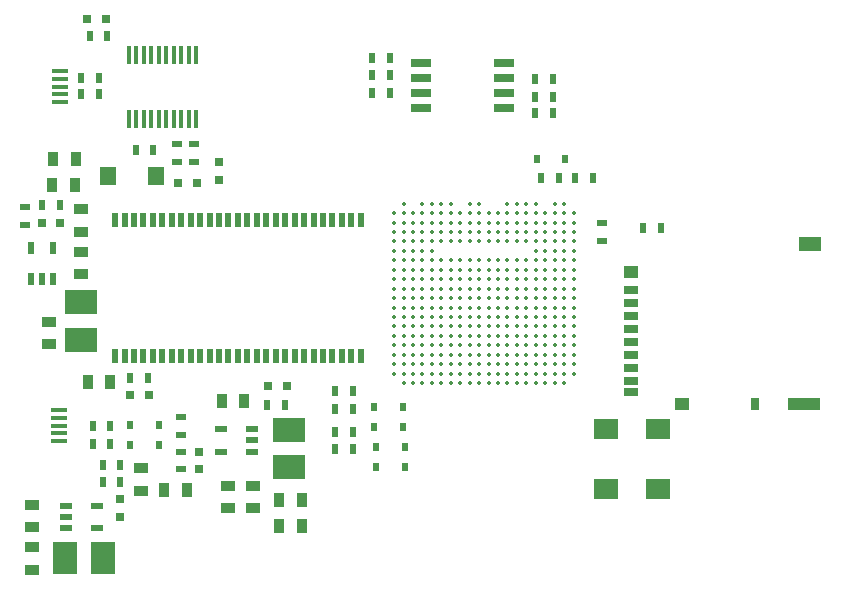
<source format=gtp>
G04*
G04 #@! TF.GenerationSoftware,Altium Limited,Altium Designer,18.1.9 (240)*
G04*
G04 Layer_Color=8421504*
%FSLAX44Y44*%
%MOMM*%
G71*
G01*
G75*
%ADD14R,1.4000X1.6400*%
%ADD15R,0.8000X0.8000*%
%ADD16R,0.8000X0.8000*%
%ADD17R,1.3000X0.9000*%
%ADD18R,0.9000X1.3000*%
%ADD19R,0.6000X0.9000*%
%ADD20R,0.9000X0.6000*%
%ADD21R,0.5588X0.6858*%
%ADD22R,2.0000X2.7000*%
%ADD23R,2.7000X2.0000*%
%ADD24C,0.3400*%
%ADD25R,1.2000X0.7000*%
%ADD26R,1.2000X1.0000*%
%ADD27R,1.8999X1.3000*%
%ADD28R,2.8001X1.0000*%
%ADD29R,0.8001X1.0000*%
%ADD30R,1.2000X1.0000*%
%ADD31R,1.3500X0.4000*%
%ADD32R,1.1000X0.6000*%
%ADD33R,0.6000X1.1000*%
%ADD34R,0.4350X1.5260*%
%ADD35R,1.7850X0.6500*%
%ADD36R,0.6000X1.2950*%
%ADD37R,2.0000X1.8000*%
D14*
X124650Y348000D02*
D03*
X84350D02*
D03*
D15*
X94000Y59000D02*
D03*
Y74000D02*
D03*
X161000Y99500D02*
D03*
Y114500D02*
D03*
X178000Y360000D02*
D03*
Y344000D02*
D03*
D16*
X43500Y308000D02*
D03*
X28500D02*
D03*
X103000Y162700D02*
D03*
X119000D02*
D03*
X66000Y481000D02*
D03*
X82000D02*
D03*
X143000Y342000D02*
D03*
X159000D02*
D03*
X219223Y169600D02*
D03*
X235223D02*
D03*
D17*
X61000Y283500D02*
D03*
Y264500D02*
D03*
X20000Y33500D02*
D03*
Y14500D02*
D03*
X112000Y81500D02*
D03*
Y100500D02*
D03*
X20000Y50500D02*
D03*
Y69500D02*
D03*
X61000Y319500D02*
D03*
Y300500D02*
D03*
X34000Y205500D02*
D03*
Y224500D02*
D03*
X186000Y85500D02*
D03*
Y66500D02*
D03*
X207000Y85500D02*
D03*
Y66500D02*
D03*
D18*
X131500Y82000D02*
D03*
X150500D02*
D03*
X67000Y173000D02*
D03*
X86000D02*
D03*
X56500Y362000D02*
D03*
X37500D02*
D03*
X55750Y340000D02*
D03*
X36750D02*
D03*
X180500Y157000D02*
D03*
X199500D02*
D03*
X229100Y51500D02*
D03*
X248100D02*
D03*
X229100Y73500D02*
D03*
X248100D02*
D03*
D19*
X276100Y150400D02*
D03*
X291100D02*
D03*
X276100Y165400D02*
D03*
X291100D02*
D03*
X276400Y116760D02*
D03*
X291400D02*
D03*
X276400Y130760D02*
D03*
X291400D02*
D03*
X86000Y121000D02*
D03*
X71000D02*
D03*
X86000Y136000D02*
D03*
X71000D02*
D03*
X122500Y370000D02*
D03*
X107500D02*
D03*
X76500Y417000D02*
D03*
X61500D02*
D03*
X76500Y431000D02*
D03*
X61500D02*
D03*
X94500Y103000D02*
D03*
X79500D02*
D03*
X94500Y89000D02*
D03*
X79500D02*
D03*
X43500Y323000D02*
D03*
X28500D02*
D03*
X117500Y177100D02*
D03*
X102500D02*
D03*
X537000Y303500D02*
D03*
X552000D02*
D03*
X83500Y466000D02*
D03*
X68500D02*
D03*
X233723Y153600D02*
D03*
X218723D02*
D03*
X494500Y346000D02*
D03*
X479500D02*
D03*
X450500D02*
D03*
X465500D02*
D03*
X460500Y401000D02*
D03*
X445500D02*
D03*
X307500Y433000D02*
D03*
X322500D02*
D03*
X460500Y415000D02*
D03*
X445500D02*
D03*
X307500Y448000D02*
D03*
X322500D02*
D03*
X307460Y418000D02*
D03*
X322460D02*
D03*
X460500Y430000D02*
D03*
X445500D02*
D03*
D20*
X14000Y321500D02*
D03*
Y306500D02*
D03*
X146000Y143500D02*
D03*
Y128500D02*
D03*
X145880Y99500D02*
D03*
Y114500D02*
D03*
X142000Y374500D02*
D03*
Y359500D02*
D03*
X157000Y374500D02*
D03*
Y359500D02*
D03*
X502000Y293000D02*
D03*
Y308000D02*
D03*
D21*
X333892Y135400D02*
D03*
X309508D02*
D03*
Y152400D02*
D03*
X333892D02*
D03*
X335192Y101440D02*
D03*
X310808D02*
D03*
Y118440D02*
D03*
X335192D02*
D03*
X102808Y137000D02*
D03*
X127192D02*
D03*
X102808Y120000D02*
D03*
X127192D02*
D03*
X446808Y362000D02*
D03*
X471192D02*
D03*
D22*
X48000Y24000D02*
D03*
X80000D02*
D03*
D23*
X61000Y241000D02*
D03*
Y209000D02*
D03*
X237000Y133000D02*
D03*
Y101000D02*
D03*
D24*
X446200Y324400D02*
D03*
X438200D02*
D03*
X462200D02*
D03*
X334200D02*
D03*
X350200D02*
D03*
X358200D02*
D03*
X366200D02*
D03*
X374200D02*
D03*
X390200D02*
D03*
X398200D02*
D03*
X422200D02*
D03*
X430200D02*
D03*
X470200D02*
D03*
X326200Y316400D02*
D03*
X334200D02*
D03*
X342200D02*
D03*
X350200D02*
D03*
X358200D02*
D03*
X366200D02*
D03*
X374200D02*
D03*
X382200D02*
D03*
X390200D02*
D03*
X398200D02*
D03*
X406200D02*
D03*
X414200D02*
D03*
X422200D02*
D03*
X430200D02*
D03*
X438200D02*
D03*
X446200D02*
D03*
X454200D02*
D03*
X462200D02*
D03*
X470200D02*
D03*
X478200D02*
D03*
X326200Y308400D02*
D03*
X334200D02*
D03*
X342200D02*
D03*
X350200D02*
D03*
X358200D02*
D03*
X366200D02*
D03*
X374200D02*
D03*
X382200D02*
D03*
X390200D02*
D03*
X398200D02*
D03*
X406200D02*
D03*
X414200D02*
D03*
X422200D02*
D03*
X430200D02*
D03*
X438200D02*
D03*
X446200D02*
D03*
X454200D02*
D03*
X462200D02*
D03*
X470200D02*
D03*
X478200D02*
D03*
X326200Y300400D02*
D03*
X334200D02*
D03*
X342200D02*
D03*
X350200D02*
D03*
X358200D02*
D03*
X366200D02*
D03*
X374200D02*
D03*
X382200D02*
D03*
X390200D02*
D03*
X398200D02*
D03*
X406200D02*
D03*
X414200D02*
D03*
X422200D02*
D03*
X430200D02*
D03*
X438200D02*
D03*
X446200D02*
D03*
X454200D02*
D03*
X462200D02*
D03*
X470200D02*
D03*
X478200D02*
D03*
X326200Y292400D02*
D03*
X334200D02*
D03*
X342200D02*
D03*
X350200D02*
D03*
X358200D02*
D03*
X366200D02*
D03*
X374200D02*
D03*
X382200D02*
D03*
X390200D02*
D03*
X398200D02*
D03*
X406200D02*
D03*
X414200D02*
D03*
X422200D02*
D03*
X430200D02*
D03*
X438200D02*
D03*
X446200D02*
D03*
X454200D02*
D03*
X462200D02*
D03*
X470200D02*
D03*
X478200D02*
D03*
X326200Y284400D02*
D03*
X334200D02*
D03*
X342200D02*
D03*
X350200D02*
D03*
X358200D02*
D03*
X446200D02*
D03*
X454200D02*
D03*
X462200D02*
D03*
X470200D02*
D03*
X478200D02*
D03*
X326200Y276400D02*
D03*
X334200D02*
D03*
X342200D02*
D03*
X350200D02*
D03*
X358200D02*
D03*
X366200D02*
D03*
X374200D02*
D03*
X382200D02*
D03*
X390200D02*
D03*
X398200D02*
D03*
X406200D02*
D03*
X414200D02*
D03*
X422200D02*
D03*
X430200D02*
D03*
X438200D02*
D03*
X446200D02*
D03*
X454200D02*
D03*
X462200D02*
D03*
X470200D02*
D03*
X478200D02*
D03*
X326200Y268400D02*
D03*
X334200D02*
D03*
X342200D02*
D03*
X350200D02*
D03*
X358200D02*
D03*
X366200D02*
D03*
X374200D02*
D03*
X382200D02*
D03*
X390200D02*
D03*
X398200D02*
D03*
X406200D02*
D03*
X414200D02*
D03*
X422200D02*
D03*
X430200D02*
D03*
X438200D02*
D03*
X446200D02*
D03*
X454200D02*
D03*
X462200D02*
D03*
X470200D02*
D03*
X478200D02*
D03*
X326200Y260400D02*
D03*
X334200D02*
D03*
X342200D02*
D03*
X350200D02*
D03*
X358200D02*
D03*
X366200D02*
D03*
X374200D02*
D03*
X382200D02*
D03*
X390200D02*
D03*
X398200D02*
D03*
X406200D02*
D03*
X414200D02*
D03*
X422200D02*
D03*
X430200D02*
D03*
X438200D02*
D03*
X446200D02*
D03*
X454200D02*
D03*
X462200D02*
D03*
X470200D02*
D03*
X478200D02*
D03*
X326200Y252400D02*
D03*
X334200D02*
D03*
X342200D02*
D03*
X350200D02*
D03*
X358200D02*
D03*
X366200D02*
D03*
X374200D02*
D03*
X382200D02*
D03*
X390200D02*
D03*
X398200D02*
D03*
X406200D02*
D03*
X414200D02*
D03*
X422200D02*
D03*
X430200D02*
D03*
X438200D02*
D03*
X446200D02*
D03*
X454200D02*
D03*
X462200D02*
D03*
X470200D02*
D03*
X478200D02*
D03*
X326200Y244400D02*
D03*
X334200D02*
D03*
X342200D02*
D03*
X350200D02*
D03*
X358200D02*
D03*
X366200D02*
D03*
X374200D02*
D03*
X382200D02*
D03*
X390200D02*
D03*
X398200D02*
D03*
X406200D02*
D03*
X414200D02*
D03*
X422200D02*
D03*
X430200D02*
D03*
X438200D02*
D03*
X446200D02*
D03*
X454200D02*
D03*
X462200D02*
D03*
X470200D02*
D03*
X478200D02*
D03*
X326200Y236400D02*
D03*
X334200D02*
D03*
X342200D02*
D03*
X350200D02*
D03*
X358200D02*
D03*
X366200D02*
D03*
X374200D02*
D03*
X382200D02*
D03*
X390200D02*
D03*
X398200D02*
D03*
X406200D02*
D03*
X414200D02*
D03*
X422200D02*
D03*
X430200D02*
D03*
X438200D02*
D03*
X446200D02*
D03*
X454200D02*
D03*
X462200D02*
D03*
X470200D02*
D03*
X478200D02*
D03*
X326200Y228400D02*
D03*
X334200D02*
D03*
X342200D02*
D03*
X350200D02*
D03*
X358200D02*
D03*
X366200D02*
D03*
X374200D02*
D03*
X382200D02*
D03*
X390200D02*
D03*
X398200D02*
D03*
X406200D02*
D03*
X414200D02*
D03*
X422200D02*
D03*
X430200D02*
D03*
X438200D02*
D03*
X446200D02*
D03*
X454200D02*
D03*
X462200D02*
D03*
X470200D02*
D03*
X478200D02*
D03*
X326200Y220400D02*
D03*
X334200D02*
D03*
X342200D02*
D03*
X350200D02*
D03*
X358200D02*
D03*
X366200D02*
D03*
X374200D02*
D03*
X382200D02*
D03*
X390200D02*
D03*
X398200D02*
D03*
X406200D02*
D03*
X414200D02*
D03*
X422200D02*
D03*
X430200D02*
D03*
X438200D02*
D03*
X446200D02*
D03*
X454200D02*
D03*
X462200D02*
D03*
X470200D02*
D03*
X478200D02*
D03*
X326200Y212400D02*
D03*
X334200D02*
D03*
X342200D02*
D03*
X350200D02*
D03*
X358200D02*
D03*
X366200D02*
D03*
X374200D02*
D03*
X382200D02*
D03*
X390200D02*
D03*
X398200D02*
D03*
X406200D02*
D03*
X414200D02*
D03*
X422200D02*
D03*
X430200D02*
D03*
X438200D02*
D03*
X446200D02*
D03*
X454200D02*
D03*
X462200D02*
D03*
X470200D02*
D03*
X478200D02*
D03*
X326200Y204400D02*
D03*
X334200D02*
D03*
X342200D02*
D03*
X350200D02*
D03*
X358200D02*
D03*
X366200D02*
D03*
X374200D02*
D03*
X382200D02*
D03*
X390200D02*
D03*
X398200D02*
D03*
X406200D02*
D03*
X414200D02*
D03*
X422200D02*
D03*
X430200D02*
D03*
X438200D02*
D03*
X446200D02*
D03*
X454200D02*
D03*
X462200D02*
D03*
X470200D02*
D03*
X478200D02*
D03*
X326200Y196400D02*
D03*
X334200D02*
D03*
X342200D02*
D03*
X350200D02*
D03*
X358200D02*
D03*
X366200D02*
D03*
X374200D02*
D03*
X382200D02*
D03*
X390200D02*
D03*
X398200D02*
D03*
X406200D02*
D03*
X414200D02*
D03*
X422200D02*
D03*
X430200D02*
D03*
X438200D02*
D03*
X446200D02*
D03*
X454200D02*
D03*
X462200D02*
D03*
X470200D02*
D03*
X478200D02*
D03*
X326200Y188400D02*
D03*
X334200D02*
D03*
X342200D02*
D03*
X350200D02*
D03*
X358200D02*
D03*
X366200D02*
D03*
X374200D02*
D03*
X382200D02*
D03*
X390200D02*
D03*
X398200D02*
D03*
X406200D02*
D03*
X414200D02*
D03*
X422200D02*
D03*
X430200D02*
D03*
X438200D02*
D03*
X446200D02*
D03*
X454200D02*
D03*
X462200D02*
D03*
X470200D02*
D03*
X478200D02*
D03*
X326200Y180400D02*
D03*
X334200D02*
D03*
X342200D02*
D03*
X350200D02*
D03*
X358200D02*
D03*
X366200D02*
D03*
X374200D02*
D03*
X382200D02*
D03*
X390200D02*
D03*
X398200D02*
D03*
X406200D02*
D03*
X414200D02*
D03*
X422200D02*
D03*
X430200D02*
D03*
X438200D02*
D03*
X446200D02*
D03*
X454200D02*
D03*
X462200D02*
D03*
X470200D02*
D03*
X478200D02*
D03*
X334200Y172400D02*
D03*
X342200D02*
D03*
X350200D02*
D03*
X358200D02*
D03*
X366200D02*
D03*
X374200D02*
D03*
X382200D02*
D03*
X390200D02*
D03*
X398200D02*
D03*
X406200D02*
D03*
X414200D02*
D03*
X422200D02*
D03*
X430200D02*
D03*
X438200D02*
D03*
X446200D02*
D03*
X454200D02*
D03*
X462200D02*
D03*
X470200D02*
D03*
D25*
X527000Y251000D02*
D03*
Y240000D02*
D03*
Y229000D02*
D03*
Y218000D02*
D03*
Y207000D02*
D03*
Y196000D02*
D03*
Y185000D02*
D03*
Y174000D02*
D03*
Y164500D02*
D03*
D26*
Y266502D02*
D03*
D27*
X678000Y290002D02*
D03*
D28*
X673502Y155001D02*
D03*
D29*
X632001D02*
D03*
D30*
X570000D02*
D03*
D31*
X42750Y123500D02*
D03*
Y130000D02*
D03*
Y136500D02*
D03*
Y143000D02*
D03*
Y149500D02*
D03*
X43000Y410500D02*
D03*
Y417000D02*
D03*
Y423500D02*
D03*
Y430000D02*
D03*
Y436500D02*
D03*
D32*
X48500Y68500D02*
D03*
Y59000D02*
D03*
Y49500D02*
D03*
X74500D02*
D03*
Y68500D02*
D03*
X206000Y114500D02*
D03*
Y124000D02*
D03*
Y133500D02*
D03*
X180000D02*
D03*
Y114500D02*
D03*
D33*
X18500Y287000D02*
D03*
X37500D02*
D03*
Y261000D02*
D03*
X28000D02*
D03*
X18500D02*
D03*
D34*
X158580Y450120D02*
D03*
X152220D02*
D03*
X145880D02*
D03*
X139520D02*
D03*
X133180D02*
D03*
X126820D02*
D03*
X120480D02*
D03*
X114120D02*
D03*
X107780D02*
D03*
X101420D02*
D03*
Y395880D02*
D03*
X107780D02*
D03*
X114120D02*
D03*
X120480D02*
D03*
X126820D02*
D03*
X133180D02*
D03*
X139520D02*
D03*
X145880D02*
D03*
X152220D02*
D03*
X158580D02*
D03*
D35*
X419320Y404950D02*
D03*
Y417650D02*
D03*
Y430350D02*
D03*
Y443050D02*
D03*
X348680D02*
D03*
Y430350D02*
D03*
Y417650D02*
D03*
Y404950D02*
D03*
D36*
X298000Y195720D02*
D03*
X290000D02*
D03*
X282000D02*
D03*
X274000D02*
D03*
X266000D02*
D03*
X258000D02*
D03*
X250000D02*
D03*
X242000D02*
D03*
X234000D02*
D03*
X226000D02*
D03*
X218000D02*
D03*
X210000D02*
D03*
X202000D02*
D03*
X194000D02*
D03*
X186000D02*
D03*
X178000D02*
D03*
X170000D02*
D03*
X162000D02*
D03*
X154000D02*
D03*
X146000D02*
D03*
X138000D02*
D03*
X130000D02*
D03*
X122000D02*
D03*
X114000D02*
D03*
X106000D02*
D03*
X98000D02*
D03*
X90000D02*
D03*
Y310280D02*
D03*
X98000D02*
D03*
X106000D02*
D03*
X114000D02*
D03*
X122000D02*
D03*
X130000D02*
D03*
X138000D02*
D03*
X146000D02*
D03*
X154000D02*
D03*
X162000D02*
D03*
X170000D02*
D03*
X178000D02*
D03*
X186000D02*
D03*
X194000D02*
D03*
X202000D02*
D03*
X210000D02*
D03*
X218000D02*
D03*
X226000D02*
D03*
X234000D02*
D03*
X242000D02*
D03*
X250000D02*
D03*
X258000D02*
D03*
X266000D02*
D03*
X274000D02*
D03*
X282000D02*
D03*
X290000D02*
D03*
X298000D02*
D03*
D37*
X506000Y82600D02*
D03*
X550000D02*
D03*
X506000Y133400D02*
D03*
X550000D02*
D03*
M02*

</source>
